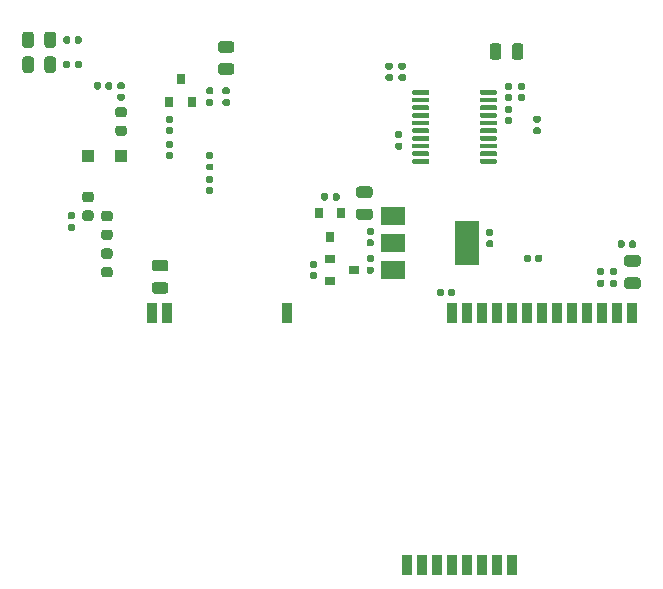
<source format=gbr>
G04 #@! TF.GenerationSoftware,KiCad,Pcbnew,(5.1.6)-1*
G04 #@! TF.CreationDate,2020-06-25T17:10:26+02:00*
G04 #@! TF.ProjectId,plc-EV-rpi,706c632d-4556-42d7-9270-692e6b696361,rev?*
G04 #@! TF.SameCoordinates,Original*
G04 #@! TF.FileFunction,Paste,Top*
G04 #@! TF.FilePolarity,Positive*
%FSLAX46Y46*%
G04 Gerber Fmt 4.6, Leading zero omitted, Abs format (unit mm)*
G04 Created by KiCad (PCBNEW (5.1.6)-1) date 2020-06-25 17:10:26*
%MOMM*%
%LPD*%
G01*
G04 APERTURE LIST*
%ADD10R,0.850000X1.700000*%
%ADD11R,2.000000X1.500000*%
%ADD12R,2.000000X3.800000*%
%ADD13R,0.900000X0.800000*%
%ADD14R,0.800000X0.900000*%
%ADD15R,1.100000X1.100000*%
G04 APERTURE END LIST*
G04 #@! TO.C,R601*
G36*
G01*
X182072500Y-91625000D02*
X181727500Y-91625000D01*
G75*
G02*
X181580000Y-91477500I0J147500D01*
G01*
X181580000Y-91182500D01*
G75*
G02*
X181727500Y-91035000I147500J0D01*
G01*
X182072500Y-91035000D01*
G75*
G02*
X182220000Y-91182500I0J-147500D01*
G01*
X182220000Y-91477500D01*
G75*
G02*
X182072500Y-91625000I-147500J0D01*
G01*
G37*
G36*
G01*
X182072500Y-92595000D02*
X181727500Y-92595000D01*
G75*
G02*
X181580000Y-92447500I0J147500D01*
G01*
X181580000Y-92152500D01*
G75*
G02*
X181727500Y-92005000I147500J0D01*
G01*
X182072500Y-92005000D01*
G75*
G02*
X182220000Y-92152500I0J-147500D01*
G01*
X182220000Y-92447500D01*
G75*
G02*
X182072500Y-92595000I-147500J0D01*
G01*
G37*
G04 #@! TD*
G04 #@! TO.C,D601*
G36*
G01*
X179787500Y-86056250D02*
X179787500Y-85143750D01*
G75*
G02*
X180031250Y-84900000I243750J0D01*
G01*
X180518750Y-84900000D01*
G75*
G02*
X180762500Y-85143750I0J-243750D01*
G01*
X180762500Y-86056250D01*
G75*
G02*
X180518750Y-86300000I-243750J0D01*
G01*
X180031250Y-86300000D01*
G75*
G02*
X179787500Y-86056250I0J243750D01*
G01*
G37*
G36*
G01*
X177912500Y-86056250D02*
X177912500Y-85143750D01*
G75*
G02*
X178156250Y-84900000I243750J0D01*
G01*
X178643750Y-84900000D01*
G75*
G02*
X178887500Y-85143750I0J-243750D01*
G01*
X178887500Y-86056250D01*
G75*
G02*
X178643750Y-86300000I-243750J0D01*
G01*
X178156250Y-86300000D01*
G75*
G02*
X177912500Y-86056250I0J243750D01*
G01*
G37*
G04 #@! TD*
G04 #@! TO.C,U601*
G36*
G01*
X172812500Y-94800000D02*
X172812500Y-95000000D01*
G75*
G02*
X172712500Y-95100000I-100000J0D01*
G01*
X171437500Y-95100000D01*
G75*
G02*
X171337500Y-95000000I0J100000D01*
G01*
X171337500Y-94800000D01*
G75*
G02*
X171437500Y-94700000I100000J0D01*
G01*
X172712500Y-94700000D01*
G75*
G02*
X172812500Y-94800000I0J-100000D01*
G01*
G37*
G36*
G01*
X172812500Y-94150000D02*
X172812500Y-94350000D01*
G75*
G02*
X172712500Y-94450000I-100000J0D01*
G01*
X171437500Y-94450000D01*
G75*
G02*
X171337500Y-94350000I0J100000D01*
G01*
X171337500Y-94150000D01*
G75*
G02*
X171437500Y-94050000I100000J0D01*
G01*
X172712500Y-94050000D01*
G75*
G02*
X172812500Y-94150000I0J-100000D01*
G01*
G37*
G36*
G01*
X172812500Y-93500000D02*
X172812500Y-93700000D01*
G75*
G02*
X172712500Y-93800000I-100000J0D01*
G01*
X171437500Y-93800000D01*
G75*
G02*
X171337500Y-93700000I0J100000D01*
G01*
X171337500Y-93500000D01*
G75*
G02*
X171437500Y-93400000I100000J0D01*
G01*
X172712500Y-93400000D01*
G75*
G02*
X172812500Y-93500000I0J-100000D01*
G01*
G37*
G36*
G01*
X172812500Y-92850000D02*
X172812500Y-93050000D01*
G75*
G02*
X172712500Y-93150000I-100000J0D01*
G01*
X171437500Y-93150000D01*
G75*
G02*
X171337500Y-93050000I0J100000D01*
G01*
X171337500Y-92850000D01*
G75*
G02*
X171437500Y-92750000I100000J0D01*
G01*
X172712500Y-92750000D01*
G75*
G02*
X172812500Y-92850000I0J-100000D01*
G01*
G37*
G36*
G01*
X172812500Y-92200000D02*
X172812500Y-92400000D01*
G75*
G02*
X172712500Y-92500000I-100000J0D01*
G01*
X171437500Y-92500000D01*
G75*
G02*
X171337500Y-92400000I0J100000D01*
G01*
X171337500Y-92200000D01*
G75*
G02*
X171437500Y-92100000I100000J0D01*
G01*
X172712500Y-92100000D01*
G75*
G02*
X172812500Y-92200000I0J-100000D01*
G01*
G37*
G36*
G01*
X172812500Y-91550000D02*
X172812500Y-91750000D01*
G75*
G02*
X172712500Y-91850000I-100000J0D01*
G01*
X171437500Y-91850000D01*
G75*
G02*
X171337500Y-91750000I0J100000D01*
G01*
X171337500Y-91550000D01*
G75*
G02*
X171437500Y-91450000I100000J0D01*
G01*
X172712500Y-91450000D01*
G75*
G02*
X172812500Y-91550000I0J-100000D01*
G01*
G37*
G36*
G01*
X172812500Y-90900000D02*
X172812500Y-91100000D01*
G75*
G02*
X172712500Y-91200000I-100000J0D01*
G01*
X171437500Y-91200000D01*
G75*
G02*
X171337500Y-91100000I0J100000D01*
G01*
X171337500Y-90900000D01*
G75*
G02*
X171437500Y-90800000I100000J0D01*
G01*
X172712500Y-90800000D01*
G75*
G02*
X172812500Y-90900000I0J-100000D01*
G01*
G37*
G36*
G01*
X172812500Y-90250000D02*
X172812500Y-90450000D01*
G75*
G02*
X172712500Y-90550000I-100000J0D01*
G01*
X171437500Y-90550000D01*
G75*
G02*
X171337500Y-90450000I0J100000D01*
G01*
X171337500Y-90250000D01*
G75*
G02*
X171437500Y-90150000I100000J0D01*
G01*
X172712500Y-90150000D01*
G75*
G02*
X172812500Y-90250000I0J-100000D01*
G01*
G37*
G36*
G01*
X172812500Y-89600000D02*
X172812500Y-89800000D01*
G75*
G02*
X172712500Y-89900000I-100000J0D01*
G01*
X171437500Y-89900000D01*
G75*
G02*
X171337500Y-89800000I0J100000D01*
G01*
X171337500Y-89600000D01*
G75*
G02*
X171437500Y-89500000I100000J0D01*
G01*
X172712500Y-89500000D01*
G75*
G02*
X172812500Y-89600000I0J-100000D01*
G01*
G37*
G36*
G01*
X172812500Y-88950000D02*
X172812500Y-89150000D01*
G75*
G02*
X172712500Y-89250000I-100000J0D01*
G01*
X171437500Y-89250000D01*
G75*
G02*
X171337500Y-89150000I0J100000D01*
G01*
X171337500Y-88950000D01*
G75*
G02*
X171437500Y-88850000I100000J0D01*
G01*
X172712500Y-88850000D01*
G75*
G02*
X172812500Y-88950000I0J-100000D01*
G01*
G37*
G36*
G01*
X178537500Y-88950000D02*
X178537500Y-89150000D01*
G75*
G02*
X178437500Y-89250000I-100000J0D01*
G01*
X177162500Y-89250000D01*
G75*
G02*
X177062500Y-89150000I0J100000D01*
G01*
X177062500Y-88950000D01*
G75*
G02*
X177162500Y-88850000I100000J0D01*
G01*
X178437500Y-88850000D01*
G75*
G02*
X178537500Y-88950000I0J-100000D01*
G01*
G37*
G36*
G01*
X178537500Y-89600000D02*
X178537500Y-89800000D01*
G75*
G02*
X178437500Y-89900000I-100000J0D01*
G01*
X177162500Y-89900000D01*
G75*
G02*
X177062500Y-89800000I0J100000D01*
G01*
X177062500Y-89600000D01*
G75*
G02*
X177162500Y-89500000I100000J0D01*
G01*
X178437500Y-89500000D01*
G75*
G02*
X178537500Y-89600000I0J-100000D01*
G01*
G37*
G36*
G01*
X178537500Y-90250000D02*
X178537500Y-90450000D01*
G75*
G02*
X178437500Y-90550000I-100000J0D01*
G01*
X177162500Y-90550000D01*
G75*
G02*
X177062500Y-90450000I0J100000D01*
G01*
X177062500Y-90250000D01*
G75*
G02*
X177162500Y-90150000I100000J0D01*
G01*
X178437500Y-90150000D01*
G75*
G02*
X178537500Y-90250000I0J-100000D01*
G01*
G37*
G36*
G01*
X178537500Y-90900000D02*
X178537500Y-91100000D01*
G75*
G02*
X178437500Y-91200000I-100000J0D01*
G01*
X177162500Y-91200000D01*
G75*
G02*
X177062500Y-91100000I0J100000D01*
G01*
X177062500Y-90900000D01*
G75*
G02*
X177162500Y-90800000I100000J0D01*
G01*
X178437500Y-90800000D01*
G75*
G02*
X178537500Y-90900000I0J-100000D01*
G01*
G37*
G36*
G01*
X178537500Y-91550000D02*
X178537500Y-91750000D01*
G75*
G02*
X178437500Y-91850000I-100000J0D01*
G01*
X177162500Y-91850000D01*
G75*
G02*
X177062500Y-91750000I0J100000D01*
G01*
X177062500Y-91550000D01*
G75*
G02*
X177162500Y-91450000I100000J0D01*
G01*
X178437500Y-91450000D01*
G75*
G02*
X178537500Y-91550000I0J-100000D01*
G01*
G37*
G36*
G01*
X178537500Y-92200000D02*
X178537500Y-92400000D01*
G75*
G02*
X178437500Y-92500000I-100000J0D01*
G01*
X177162500Y-92500000D01*
G75*
G02*
X177062500Y-92400000I0J100000D01*
G01*
X177062500Y-92200000D01*
G75*
G02*
X177162500Y-92100000I100000J0D01*
G01*
X178437500Y-92100000D01*
G75*
G02*
X178537500Y-92200000I0J-100000D01*
G01*
G37*
G36*
G01*
X178537500Y-92850000D02*
X178537500Y-93050000D01*
G75*
G02*
X178437500Y-93150000I-100000J0D01*
G01*
X177162500Y-93150000D01*
G75*
G02*
X177062500Y-93050000I0J100000D01*
G01*
X177062500Y-92850000D01*
G75*
G02*
X177162500Y-92750000I100000J0D01*
G01*
X178437500Y-92750000D01*
G75*
G02*
X178537500Y-92850000I0J-100000D01*
G01*
G37*
G36*
G01*
X178537500Y-93500000D02*
X178537500Y-93700000D01*
G75*
G02*
X178437500Y-93800000I-100000J0D01*
G01*
X177162500Y-93800000D01*
G75*
G02*
X177062500Y-93700000I0J100000D01*
G01*
X177062500Y-93500000D01*
G75*
G02*
X177162500Y-93400000I100000J0D01*
G01*
X178437500Y-93400000D01*
G75*
G02*
X178537500Y-93500000I0J-100000D01*
G01*
G37*
G36*
G01*
X178537500Y-94150000D02*
X178537500Y-94350000D01*
G75*
G02*
X178437500Y-94450000I-100000J0D01*
G01*
X177162500Y-94450000D01*
G75*
G02*
X177062500Y-94350000I0J100000D01*
G01*
X177062500Y-94150000D01*
G75*
G02*
X177162500Y-94050000I100000J0D01*
G01*
X178437500Y-94050000D01*
G75*
G02*
X178537500Y-94150000I0J-100000D01*
G01*
G37*
G36*
G01*
X178537500Y-94800000D02*
X178537500Y-95000000D01*
G75*
G02*
X178437500Y-95100000I-100000J0D01*
G01*
X177162500Y-95100000D01*
G75*
G02*
X177062500Y-95000000I0J100000D01*
G01*
X177062500Y-94800000D01*
G75*
G02*
X177162500Y-94700000I100000J0D01*
G01*
X178437500Y-94700000D01*
G75*
G02*
X178537500Y-94800000I0J-100000D01*
G01*
G37*
G04 #@! TD*
D10*
G04 #@! TO.C,U502*
X179820000Y-129060000D03*
X178550000Y-129060000D03*
X177280000Y-129060000D03*
X176010000Y-129060000D03*
X174740000Y-129060000D03*
X173470000Y-129060000D03*
X172200000Y-129060000D03*
X170930000Y-129060000D03*
X149340000Y-107740000D03*
X150610000Y-107740000D03*
X160770000Y-107740000D03*
X174740000Y-107740000D03*
X176010000Y-107740000D03*
X177280000Y-107740000D03*
X178550000Y-107740000D03*
X179820000Y-107740000D03*
X181090000Y-107740000D03*
X182360000Y-107740000D03*
X183630000Y-107740000D03*
X184900000Y-107740000D03*
X186170000Y-107740000D03*
X187440000Y-107740000D03*
X188710000Y-107740000D03*
X189980000Y-107740000D03*
G04 #@! TD*
D11*
G04 #@! TO.C,U501*
X169700000Y-99500000D03*
X169700000Y-104100000D03*
X169700000Y-101800000D03*
D12*
X176000000Y-101800000D03*
G04 #@! TD*
G04 #@! TO.C,R509*
G36*
G01*
X167972500Y-101125000D02*
X167627500Y-101125000D01*
G75*
G02*
X167480000Y-100977500I0J147500D01*
G01*
X167480000Y-100682500D01*
G75*
G02*
X167627500Y-100535000I147500J0D01*
G01*
X167972500Y-100535000D01*
G75*
G02*
X168120000Y-100682500I0J-147500D01*
G01*
X168120000Y-100977500D01*
G75*
G02*
X167972500Y-101125000I-147500J0D01*
G01*
G37*
G36*
G01*
X167972500Y-102095000D02*
X167627500Y-102095000D01*
G75*
G02*
X167480000Y-101947500I0J147500D01*
G01*
X167480000Y-101652500D01*
G75*
G02*
X167627500Y-101505000I147500J0D01*
G01*
X167972500Y-101505000D01*
G75*
G02*
X168120000Y-101652500I0J-147500D01*
G01*
X168120000Y-101947500D01*
G75*
G02*
X167972500Y-102095000I-147500J0D01*
G01*
G37*
G04 #@! TD*
G04 #@! TO.C,R508*
G36*
G01*
X150456250Y-104212500D02*
X149543750Y-104212500D01*
G75*
G02*
X149300000Y-103968750I0J243750D01*
G01*
X149300000Y-103481250D01*
G75*
G02*
X149543750Y-103237500I243750J0D01*
G01*
X150456250Y-103237500D01*
G75*
G02*
X150700000Y-103481250I0J-243750D01*
G01*
X150700000Y-103968750D01*
G75*
G02*
X150456250Y-104212500I-243750J0D01*
G01*
G37*
G36*
G01*
X150456250Y-106087500D02*
X149543750Y-106087500D01*
G75*
G02*
X149300000Y-105843750I0J243750D01*
G01*
X149300000Y-105356250D01*
G75*
G02*
X149543750Y-105112500I243750J0D01*
G01*
X150456250Y-105112500D01*
G75*
G02*
X150700000Y-105356250I0J-243750D01*
G01*
X150700000Y-105843750D01*
G75*
G02*
X150456250Y-106087500I-243750J0D01*
G01*
G37*
G04 #@! TD*
G04 #@! TO.C,R507*
G36*
G01*
X174010000Y-105827500D02*
X174010000Y-106172500D01*
G75*
G02*
X173862500Y-106320000I-147500J0D01*
G01*
X173567500Y-106320000D01*
G75*
G02*
X173420000Y-106172500I0J147500D01*
G01*
X173420000Y-105827500D01*
G75*
G02*
X173567500Y-105680000I147500J0D01*
G01*
X173862500Y-105680000D01*
G75*
G02*
X174010000Y-105827500I0J-147500D01*
G01*
G37*
G36*
G01*
X174980000Y-105827500D02*
X174980000Y-106172500D01*
G75*
G02*
X174832500Y-106320000I-147500J0D01*
G01*
X174537500Y-106320000D01*
G75*
G02*
X174390000Y-106172500I0J147500D01*
G01*
X174390000Y-105827500D01*
G75*
G02*
X174537500Y-105680000I147500J0D01*
G01*
X174832500Y-105680000D01*
G75*
G02*
X174980000Y-105827500I0J-147500D01*
G01*
G37*
G04 #@! TD*
G04 #@! TO.C,R506*
G36*
G01*
X164225000Y-97727500D02*
X164225000Y-98072500D01*
G75*
G02*
X164077500Y-98220000I-147500J0D01*
G01*
X163782500Y-98220000D01*
G75*
G02*
X163635000Y-98072500I0J147500D01*
G01*
X163635000Y-97727500D01*
G75*
G02*
X163782500Y-97580000I147500J0D01*
G01*
X164077500Y-97580000D01*
G75*
G02*
X164225000Y-97727500I0J-147500D01*
G01*
G37*
G36*
G01*
X165195000Y-97727500D02*
X165195000Y-98072500D01*
G75*
G02*
X165047500Y-98220000I-147500J0D01*
G01*
X164752500Y-98220000D01*
G75*
G02*
X164605000Y-98072500I0J147500D01*
G01*
X164605000Y-97727500D01*
G75*
G02*
X164752500Y-97580000I147500J0D01*
G01*
X165047500Y-97580000D01*
G75*
G02*
X165195000Y-97727500I0J-147500D01*
G01*
G37*
G04 #@! TD*
G04 #@! TO.C,R505*
G36*
G01*
X163172500Y-103895000D02*
X162827500Y-103895000D01*
G75*
G02*
X162680000Y-103747500I0J147500D01*
G01*
X162680000Y-103452500D01*
G75*
G02*
X162827500Y-103305000I147500J0D01*
G01*
X163172500Y-103305000D01*
G75*
G02*
X163320000Y-103452500I0J-147500D01*
G01*
X163320000Y-103747500D01*
G75*
G02*
X163172500Y-103895000I-147500J0D01*
G01*
G37*
G36*
G01*
X163172500Y-104865000D02*
X162827500Y-104865000D01*
G75*
G02*
X162680000Y-104717500I0J147500D01*
G01*
X162680000Y-104422500D01*
G75*
G02*
X162827500Y-104275000I147500J0D01*
G01*
X163172500Y-104275000D01*
G75*
G02*
X163320000Y-104422500I0J-147500D01*
G01*
X163320000Y-104717500D01*
G75*
G02*
X163172500Y-104865000I-147500J0D01*
G01*
G37*
G04 #@! TD*
G04 #@! TO.C,R504*
G36*
G01*
X181395000Y-102927500D02*
X181395000Y-103272500D01*
G75*
G02*
X181247500Y-103420000I-147500J0D01*
G01*
X180952500Y-103420000D01*
G75*
G02*
X180805000Y-103272500I0J147500D01*
G01*
X180805000Y-102927500D01*
G75*
G02*
X180952500Y-102780000I147500J0D01*
G01*
X181247500Y-102780000D01*
G75*
G02*
X181395000Y-102927500I0J-147500D01*
G01*
G37*
G36*
G01*
X182365000Y-102927500D02*
X182365000Y-103272500D01*
G75*
G02*
X182217500Y-103420000I-147500J0D01*
G01*
X181922500Y-103420000D01*
G75*
G02*
X181775000Y-103272500I0J147500D01*
G01*
X181775000Y-102927500D01*
G75*
G02*
X181922500Y-102780000I147500J0D01*
G01*
X182217500Y-102780000D01*
G75*
G02*
X182365000Y-102927500I0J-147500D01*
G01*
G37*
G04 #@! TD*
G04 #@! TO.C,R503*
G36*
G01*
X187472500Y-104525000D02*
X187127500Y-104525000D01*
G75*
G02*
X186980000Y-104377500I0J147500D01*
G01*
X186980000Y-104082500D01*
G75*
G02*
X187127500Y-103935000I147500J0D01*
G01*
X187472500Y-103935000D01*
G75*
G02*
X187620000Y-104082500I0J-147500D01*
G01*
X187620000Y-104377500D01*
G75*
G02*
X187472500Y-104525000I-147500J0D01*
G01*
G37*
G36*
G01*
X187472500Y-105495000D02*
X187127500Y-105495000D01*
G75*
G02*
X186980000Y-105347500I0J147500D01*
G01*
X186980000Y-105052500D01*
G75*
G02*
X187127500Y-104905000I147500J0D01*
G01*
X187472500Y-104905000D01*
G75*
G02*
X187620000Y-105052500I0J-147500D01*
G01*
X187620000Y-105347500D01*
G75*
G02*
X187472500Y-105495000I-147500J0D01*
G01*
G37*
G04 #@! TD*
G04 #@! TO.C,R502*
G36*
G01*
X188572500Y-104525000D02*
X188227500Y-104525000D01*
G75*
G02*
X188080000Y-104377500I0J147500D01*
G01*
X188080000Y-104082500D01*
G75*
G02*
X188227500Y-103935000I147500J0D01*
G01*
X188572500Y-103935000D01*
G75*
G02*
X188720000Y-104082500I0J-147500D01*
G01*
X188720000Y-104377500D01*
G75*
G02*
X188572500Y-104525000I-147500J0D01*
G01*
G37*
G36*
G01*
X188572500Y-105495000D02*
X188227500Y-105495000D01*
G75*
G02*
X188080000Y-105347500I0J147500D01*
G01*
X188080000Y-105052500D01*
G75*
G02*
X188227500Y-104905000I147500J0D01*
G01*
X188572500Y-104905000D01*
G75*
G02*
X188720000Y-105052500I0J-147500D01*
G01*
X188720000Y-105347500D01*
G75*
G02*
X188572500Y-105495000I-147500J0D01*
G01*
G37*
G04 #@! TD*
G04 #@! TO.C,R501*
G36*
G01*
X189705000Y-102072500D02*
X189705000Y-101727500D01*
G75*
G02*
X189852500Y-101580000I147500J0D01*
G01*
X190147500Y-101580000D01*
G75*
G02*
X190295000Y-101727500I0J-147500D01*
G01*
X190295000Y-102072500D01*
G75*
G02*
X190147500Y-102220000I-147500J0D01*
G01*
X189852500Y-102220000D01*
G75*
G02*
X189705000Y-102072500I0J147500D01*
G01*
G37*
G36*
G01*
X188735000Y-102072500D02*
X188735000Y-101727500D01*
G75*
G02*
X188882500Y-101580000I147500J0D01*
G01*
X189177500Y-101580000D01*
G75*
G02*
X189325000Y-101727500I0J-147500D01*
G01*
X189325000Y-102072500D01*
G75*
G02*
X189177500Y-102220000I-147500J0D01*
G01*
X188882500Y-102220000D01*
G75*
G02*
X188735000Y-102072500I0J147500D01*
G01*
G37*
G04 #@! TD*
G04 #@! TO.C,R404*
G36*
G01*
X145243750Y-103837500D02*
X145756250Y-103837500D01*
G75*
G02*
X145975000Y-104056250I0J-218750D01*
G01*
X145975000Y-104493750D01*
G75*
G02*
X145756250Y-104712500I-218750J0D01*
G01*
X145243750Y-104712500D01*
G75*
G02*
X145025000Y-104493750I0J218750D01*
G01*
X145025000Y-104056250D01*
G75*
G02*
X145243750Y-103837500I218750J0D01*
G01*
G37*
G36*
G01*
X145243750Y-102262500D02*
X145756250Y-102262500D01*
G75*
G02*
X145975000Y-102481250I0J-218750D01*
G01*
X145975000Y-102918750D01*
G75*
G02*
X145756250Y-103137500I-218750J0D01*
G01*
X145243750Y-103137500D01*
G75*
G02*
X145025000Y-102918750I0J218750D01*
G01*
X145025000Y-102481250D01*
G75*
G02*
X145243750Y-102262500I218750J0D01*
G01*
G37*
G04 #@! TD*
G04 #@! TO.C,R403*
G36*
G01*
X145243750Y-100662500D02*
X145756250Y-100662500D01*
G75*
G02*
X145975000Y-100881250I0J-218750D01*
G01*
X145975000Y-101318750D01*
G75*
G02*
X145756250Y-101537500I-218750J0D01*
G01*
X145243750Y-101537500D01*
G75*
G02*
X145025000Y-101318750I0J218750D01*
G01*
X145025000Y-100881250D01*
G75*
G02*
X145243750Y-100662500I218750J0D01*
G01*
G37*
G36*
G01*
X145243750Y-99087500D02*
X145756250Y-99087500D01*
G75*
G02*
X145975000Y-99306250I0J-218750D01*
G01*
X145975000Y-99743750D01*
G75*
G02*
X145756250Y-99962500I-218750J0D01*
G01*
X145243750Y-99962500D01*
G75*
G02*
X145025000Y-99743750I0J218750D01*
G01*
X145025000Y-99306250D01*
G75*
G02*
X145243750Y-99087500I218750J0D01*
G01*
G37*
G04 #@! TD*
G04 #@! TO.C,R402*
G36*
G01*
X143643750Y-99050000D02*
X144156250Y-99050000D01*
G75*
G02*
X144375000Y-99268750I0J-218750D01*
G01*
X144375000Y-99706250D01*
G75*
G02*
X144156250Y-99925000I-218750J0D01*
G01*
X143643750Y-99925000D01*
G75*
G02*
X143425000Y-99706250I0J218750D01*
G01*
X143425000Y-99268750D01*
G75*
G02*
X143643750Y-99050000I218750J0D01*
G01*
G37*
G36*
G01*
X143643750Y-97475000D02*
X144156250Y-97475000D01*
G75*
G02*
X144375000Y-97693750I0J-218750D01*
G01*
X144375000Y-98131250D01*
G75*
G02*
X144156250Y-98350000I-218750J0D01*
G01*
X143643750Y-98350000D01*
G75*
G02*
X143425000Y-98131250I0J218750D01*
G01*
X143425000Y-97693750D01*
G75*
G02*
X143643750Y-97475000I218750J0D01*
G01*
G37*
G04 #@! TD*
G04 #@! TO.C,R401*
G36*
G01*
X142327500Y-100190000D02*
X142672500Y-100190000D01*
G75*
G02*
X142820000Y-100337500I0J-147500D01*
G01*
X142820000Y-100632500D01*
G75*
G02*
X142672500Y-100780000I-147500J0D01*
G01*
X142327500Y-100780000D01*
G75*
G02*
X142180000Y-100632500I0J147500D01*
G01*
X142180000Y-100337500D01*
G75*
G02*
X142327500Y-100190000I147500J0D01*
G01*
G37*
G36*
G01*
X142327500Y-99220000D02*
X142672500Y-99220000D01*
G75*
G02*
X142820000Y-99367500I0J-147500D01*
G01*
X142820000Y-99662500D01*
G75*
G02*
X142672500Y-99810000I-147500J0D01*
G01*
X142327500Y-99810000D01*
G75*
G02*
X142180000Y-99662500I0J147500D01*
G01*
X142180000Y-99367500D01*
G75*
G02*
X142327500Y-99220000I147500J0D01*
G01*
G37*
G04 #@! TD*
G04 #@! TO.C,R308*
G36*
G01*
X154372500Y-96695000D02*
X154027500Y-96695000D01*
G75*
G02*
X153880000Y-96547500I0J147500D01*
G01*
X153880000Y-96252500D01*
G75*
G02*
X154027500Y-96105000I147500J0D01*
G01*
X154372500Y-96105000D01*
G75*
G02*
X154520000Y-96252500I0J-147500D01*
G01*
X154520000Y-96547500D01*
G75*
G02*
X154372500Y-96695000I-147500J0D01*
G01*
G37*
G36*
G01*
X154372500Y-97665000D02*
X154027500Y-97665000D01*
G75*
G02*
X153880000Y-97517500I0J147500D01*
G01*
X153880000Y-97222500D01*
G75*
G02*
X154027500Y-97075000I147500J0D01*
G01*
X154372500Y-97075000D01*
G75*
G02*
X154520000Y-97222500I0J-147500D01*
G01*
X154520000Y-97517500D01*
G75*
G02*
X154372500Y-97665000I-147500J0D01*
G01*
G37*
G04 #@! TD*
G04 #@! TO.C,R307*
G36*
G01*
X154372500Y-94695000D02*
X154027500Y-94695000D01*
G75*
G02*
X153880000Y-94547500I0J147500D01*
G01*
X153880000Y-94252500D01*
G75*
G02*
X154027500Y-94105000I147500J0D01*
G01*
X154372500Y-94105000D01*
G75*
G02*
X154520000Y-94252500I0J-147500D01*
G01*
X154520000Y-94547500D01*
G75*
G02*
X154372500Y-94695000I-147500J0D01*
G01*
G37*
G36*
G01*
X154372500Y-95665000D02*
X154027500Y-95665000D01*
G75*
G02*
X153880000Y-95517500I0J147500D01*
G01*
X153880000Y-95222500D01*
G75*
G02*
X154027500Y-95075000I147500J0D01*
G01*
X154372500Y-95075000D01*
G75*
G02*
X154520000Y-95222500I0J-147500D01*
G01*
X154520000Y-95517500D01*
G75*
G02*
X154372500Y-95665000I-147500J0D01*
G01*
G37*
G04 #@! TD*
G04 #@! TO.C,R306*
G36*
G01*
X150627500Y-92005000D02*
X150972500Y-92005000D01*
G75*
G02*
X151120000Y-92152500I0J-147500D01*
G01*
X151120000Y-92447500D01*
G75*
G02*
X150972500Y-92595000I-147500J0D01*
G01*
X150627500Y-92595000D01*
G75*
G02*
X150480000Y-92447500I0J147500D01*
G01*
X150480000Y-92152500D01*
G75*
G02*
X150627500Y-92005000I147500J0D01*
G01*
G37*
G36*
G01*
X150627500Y-91035000D02*
X150972500Y-91035000D01*
G75*
G02*
X151120000Y-91182500I0J-147500D01*
G01*
X151120000Y-91477500D01*
G75*
G02*
X150972500Y-91625000I-147500J0D01*
G01*
X150627500Y-91625000D01*
G75*
G02*
X150480000Y-91477500I0J147500D01*
G01*
X150480000Y-91182500D01*
G75*
G02*
X150627500Y-91035000I147500J0D01*
G01*
G37*
G04 #@! TD*
G04 #@! TO.C,R305*
G36*
G01*
X150627500Y-94105000D02*
X150972500Y-94105000D01*
G75*
G02*
X151120000Y-94252500I0J-147500D01*
G01*
X151120000Y-94547500D01*
G75*
G02*
X150972500Y-94695000I-147500J0D01*
G01*
X150627500Y-94695000D01*
G75*
G02*
X150480000Y-94547500I0J147500D01*
G01*
X150480000Y-94252500D01*
G75*
G02*
X150627500Y-94105000I147500J0D01*
G01*
G37*
G36*
G01*
X150627500Y-93135000D02*
X150972500Y-93135000D01*
G75*
G02*
X151120000Y-93282500I0J-147500D01*
G01*
X151120000Y-93577500D01*
G75*
G02*
X150972500Y-93725000I-147500J0D01*
G01*
X150627500Y-93725000D01*
G75*
G02*
X150480000Y-93577500I0J147500D01*
G01*
X150480000Y-93282500D01*
G75*
G02*
X150627500Y-93135000I147500J0D01*
G01*
G37*
G04 #@! TD*
G04 #@! TO.C,R304*
G36*
G01*
X154027500Y-89605000D02*
X154372500Y-89605000D01*
G75*
G02*
X154520000Y-89752500I0J-147500D01*
G01*
X154520000Y-90047500D01*
G75*
G02*
X154372500Y-90195000I-147500J0D01*
G01*
X154027500Y-90195000D01*
G75*
G02*
X153880000Y-90047500I0J147500D01*
G01*
X153880000Y-89752500D01*
G75*
G02*
X154027500Y-89605000I147500J0D01*
G01*
G37*
G36*
G01*
X154027500Y-88635000D02*
X154372500Y-88635000D01*
G75*
G02*
X154520000Y-88782500I0J-147500D01*
G01*
X154520000Y-89077500D01*
G75*
G02*
X154372500Y-89225000I-147500J0D01*
G01*
X154027500Y-89225000D01*
G75*
G02*
X153880000Y-89077500I0J147500D01*
G01*
X153880000Y-88782500D01*
G75*
G02*
X154027500Y-88635000I147500J0D01*
G01*
G37*
G04 #@! TD*
G04 #@! TO.C,R303*
G36*
G01*
X146443750Y-91862500D02*
X146956250Y-91862500D01*
G75*
G02*
X147175000Y-92081250I0J-218750D01*
G01*
X147175000Y-92518750D01*
G75*
G02*
X146956250Y-92737500I-218750J0D01*
G01*
X146443750Y-92737500D01*
G75*
G02*
X146225000Y-92518750I0J218750D01*
G01*
X146225000Y-92081250D01*
G75*
G02*
X146443750Y-91862500I218750J0D01*
G01*
G37*
G36*
G01*
X146443750Y-90287500D02*
X146956250Y-90287500D01*
G75*
G02*
X147175000Y-90506250I0J-218750D01*
G01*
X147175000Y-90943750D01*
G75*
G02*
X146956250Y-91162500I-218750J0D01*
G01*
X146443750Y-91162500D01*
G75*
G02*
X146225000Y-90943750I0J218750D01*
G01*
X146225000Y-90506250D01*
G75*
G02*
X146443750Y-90287500I218750J0D01*
G01*
G37*
G04 #@! TD*
G04 #@! TO.C,R302*
G36*
G01*
X146527500Y-89175000D02*
X146872500Y-89175000D01*
G75*
G02*
X147020000Y-89322500I0J-147500D01*
G01*
X147020000Y-89617500D01*
G75*
G02*
X146872500Y-89765000I-147500J0D01*
G01*
X146527500Y-89765000D01*
G75*
G02*
X146380000Y-89617500I0J147500D01*
G01*
X146380000Y-89322500D01*
G75*
G02*
X146527500Y-89175000I147500J0D01*
G01*
G37*
G36*
G01*
X146527500Y-88205000D02*
X146872500Y-88205000D01*
G75*
G02*
X147020000Y-88352500I0J-147500D01*
G01*
X147020000Y-88647500D01*
G75*
G02*
X146872500Y-88795000I-147500J0D01*
G01*
X146527500Y-88795000D01*
G75*
G02*
X146380000Y-88647500I0J147500D01*
G01*
X146380000Y-88352500D01*
G75*
G02*
X146527500Y-88205000I147500J0D01*
G01*
G37*
G04 #@! TD*
G04 #@! TO.C,R301*
G36*
G01*
X145375000Y-88672500D02*
X145375000Y-88327500D01*
G75*
G02*
X145522500Y-88180000I147500J0D01*
G01*
X145817500Y-88180000D01*
G75*
G02*
X145965000Y-88327500I0J-147500D01*
G01*
X145965000Y-88672500D01*
G75*
G02*
X145817500Y-88820000I-147500J0D01*
G01*
X145522500Y-88820000D01*
G75*
G02*
X145375000Y-88672500I0J147500D01*
G01*
G37*
G36*
G01*
X144405000Y-88672500D02*
X144405000Y-88327500D01*
G75*
G02*
X144552500Y-88180000I147500J0D01*
G01*
X144847500Y-88180000D01*
G75*
G02*
X144995000Y-88327500I0J-147500D01*
G01*
X144995000Y-88672500D01*
G75*
G02*
X144847500Y-88820000I-147500J0D01*
G01*
X144552500Y-88820000D01*
G75*
G02*
X144405000Y-88672500I0J147500D01*
G01*
G37*
G04 #@! TD*
G04 #@! TO.C,R207*
G36*
G01*
X169227500Y-87505000D02*
X169572500Y-87505000D01*
G75*
G02*
X169720000Y-87652500I0J-147500D01*
G01*
X169720000Y-87947500D01*
G75*
G02*
X169572500Y-88095000I-147500J0D01*
G01*
X169227500Y-88095000D01*
G75*
G02*
X169080000Y-87947500I0J147500D01*
G01*
X169080000Y-87652500D01*
G75*
G02*
X169227500Y-87505000I147500J0D01*
G01*
G37*
G36*
G01*
X169227500Y-86535000D02*
X169572500Y-86535000D01*
G75*
G02*
X169720000Y-86682500I0J-147500D01*
G01*
X169720000Y-86977500D01*
G75*
G02*
X169572500Y-87125000I-147500J0D01*
G01*
X169227500Y-87125000D01*
G75*
G02*
X169080000Y-86977500I0J147500D01*
G01*
X169080000Y-86682500D01*
G75*
G02*
X169227500Y-86535000I147500J0D01*
G01*
G37*
G04 #@! TD*
G04 #@! TO.C,R206*
G36*
G01*
X170327500Y-87505000D02*
X170672500Y-87505000D01*
G75*
G02*
X170820000Y-87652500I0J-147500D01*
G01*
X170820000Y-87947500D01*
G75*
G02*
X170672500Y-88095000I-147500J0D01*
G01*
X170327500Y-88095000D01*
G75*
G02*
X170180000Y-87947500I0J147500D01*
G01*
X170180000Y-87652500D01*
G75*
G02*
X170327500Y-87505000I147500J0D01*
G01*
G37*
G36*
G01*
X170327500Y-86535000D02*
X170672500Y-86535000D01*
G75*
G02*
X170820000Y-86682500I0J-147500D01*
G01*
X170820000Y-86977500D01*
G75*
G02*
X170672500Y-87125000I-147500J0D01*
G01*
X170327500Y-87125000D01*
G75*
G02*
X170180000Y-86977500I0J147500D01*
G01*
X170180000Y-86682500D01*
G75*
G02*
X170327500Y-86535000I147500J0D01*
G01*
G37*
G04 #@! TD*
G04 #@! TO.C,R205*
G36*
G01*
X142395000Y-86527500D02*
X142395000Y-86872500D01*
G75*
G02*
X142247500Y-87020000I-147500J0D01*
G01*
X141952500Y-87020000D01*
G75*
G02*
X141805000Y-86872500I0J147500D01*
G01*
X141805000Y-86527500D01*
G75*
G02*
X141952500Y-86380000I147500J0D01*
G01*
X142247500Y-86380000D01*
G75*
G02*
X142395000Y-86527500I0J-147500D01*
G01*
G37*
G36*
G01*
X143365000Y-86527500D02*
X143365000Y-86872500D01*
G75*
G02*
X143217500Y-87020000I-147500J0D01*
G01*
X142922500Y-87020000D01*
G75*
G02*
X142775000Y-86872500I0J147500D01*
G01*
X142775000Y-86527500D01*
G75*
G02*
X142922500Y-86380000I147500J0D01*
G01*
X143217500Y-86380000D01*
G75*
G02*
X143365000Y-86527500I0J-147500D01*
G01*
G37*
G04 #@! TD*
G04 #@! TO.C,R203*
G36*
G01*
X142395000Y-84427500D02*
X142395000Y-84772500D01*
G75*
G02*
X142247500Y-84920000I-147500J0D01*
G01*
X141952500Y-84920000D01*
G75*
G02*
X141805000Y-84772500I0J147500D01*
G01*
X141805000Y-84427500D01*
G75*
G02*
X141952500Y-84280000I147500J0D01*
G01*
X142247500Y-84280000D01*
G75*
G02*
X142395000Y-84427500I0J-147500D01*
G01*
G37*
G36*
G01*
X143365000Y-84427500D02*
X143365000Y-84772500D01*
G75*
G02*
X143217500Y-84920000I-147500J0D01*
G01*
X142922500Y-84920000D01*
G75*
G02*
X142775000Y-84772500I0J147500D01*
G01*
X142775000Y-84427500D01*
G75*
G02*
X142922500Y-84280000I147500J0D01*
G01*
X143217500Y-84280000D01*
G75*
G02*
X143365000Y-84427500I0J-147500D01*
G01*
G37*
G04 #@! TD*
G04 #@! TO.C,R202*
G36*
G01*
X155772500Y-89225000D02*
X155427500Y-89225000D01*
G75*
G02*
X155280000Y-89077500I0J147500D01*
G01*
X155280000Y-88782500D01*
G75*
G02*
X155427500Y-88635000I147500J0D01*
G01*
X155772500Y-88635000D01*
G75*
G02*
X155920000Y-88782500I0J-147500D01*
G01*
X155920000Y-89077500D01*
G75*
G02*
X155772500Y-89225000I-147500J0D01*
G01*
G37*
G36*
G01*
X155772500Y-90195000D02*
X155427500Y-90195000D01*
G75*
G02*
X155280000Y-90047500I0J147500D01*
G01*
X155280000Y-89752500D01*
G75*
G02*
X155427500Y-89605000I147500J0D01*
G01*
X155772500Y-89605000D01*
G75*
G02*
X155920000Y-89752500I0J-147500D01*
G01*
X155920000Y-90047500D01*
G75*
G02*
X155772500Y-90195000I-147500J0D01*
G01*
G37*
G04 #@! TD*
G04 #@! TO.C,R201*
G36*
G01*
X170027500Y-93305000D02*
X170372500Y-93305000D01*
G75*
G02*
X170520000Y-93452500I0J-147500D01*
G01*
X170520000Y-93747500D01*
G75*
G02*
X170372500Y-93895000I-147500J0D01*
G01*
X170027500Y-93895000D01*
G75*
G02*
X169880000Y-93747500I0J147500D01*
G01*
X169880000Y-93452500D01*
G75*
G02*
X170027500Y-93305000I147500J0D01*
G01*
G37*
G36*
G01*
X170027500Y-92335000D02*
X170372500Y-92335000D01*
G75*
G02*
X170520000Y-92482500I0J-147500D01*
G01*
X170520000Y-92777500D01*
G75*
G02*
X170372500Y-92925000I-147500J0D01*
G01*
X170027500Y-92925000D01*
G75*
G02*
X169880000Y-92777500I0J147500D01*
G01*
X169880000Y-92482500D01*
G75*
G02*
X170027500Y-92335000I147500J0D01*
G01*
G37*
G04 #@! TD*
D13*
G04 #@! TO.C,Q502*
X166400000Y-104100000D03*
X164400000Y-105050000D03*
X164400000Y-103150000D03*
G04 #@! TD*
D14*
G04 #@! TO.C,Q501*
X164400000Y-101300000D03*
X163450000Y-99300000D03*
X165350000Y-99300000D03*
G04 #@! TD*
G04 #@! TO.C,Q301*
X151750000Y-87900000D03*
X152700000Y-89900000D03*
X150800000Y-89900000D03*
G04 #@! TD*
G04 #@! TO.C,D502*
G36*
G01*
X166843750Y-98887500D02*
X167756250Y-98887500D01*
G75*
G02*
X168000000Y-99131250I0J-243750D01*
G01*
X168000000Y-99618750D01*
G75*
G02*
X167756250Y-99862500I-243750J0D01*
G01*
X166843750Y-99862500D01*
G75*
G02*
X166600000Y-99618750I0J243750D01*
G01*
X166600000Y-99131250D01*
G75*
G02*
X166843750Y-98887500I243750J0D01*
G01*
G37*
G36*
G01*
X166843750Y-97012500D02*
X167756250Y-97012500D01*
G75*
G02*
X168000000Y-97256250I0J-243750D01*
G01*
X168000000Y-97743750D01*
G75*
G02*
X167756250Y-97987500I-243750J0D01*
G01*
X166843750Y-97987500D01*
G75*
G02*
X166600000Y-97743750I0J243750D01*
G01*
X166600000Y-97256250D01*
G75*
G02*
X166843750Y-97012500I243750J0D01*
G01*
G37*
G04 #@! TD*
G04 #@! TO.C,D501*
G36*
G01*
X190456250Y-103812500D02*
X189543750Y-103812500D01*
G75*
G02*
X189300000Y-103568750I0J243750D01*
G01*
X189300000Y-103081250D01*
G75*
G02*
X189543750Y-102837500I243750J0D01*
G01*
X190456250Y-102837500D01*
G75*
G02*
X190700000Y-103081250I0J-243750D01*
G01*
X190700000Y-103568750D01*
G75*
G02*
X190456250Y-103812500I-243750J0D01*
G01*
G37*
G36*
G01*
X190456250Y-105687500D02*
X189543750Y-105687500D01*
G75*
G02*
X189300000Y-105443750I0J243750D01*
G01*
X189300000Y-104956250D01*
G75*
G02*
X189543750Y-104712500I243750J0D01*
G01*
X190456250Y-104712500D01*
G75*
G02*
X190700000Y-104956250I0J-243750D01*
G01*
X190700000Y-105443750D01*
G75*
G02*
X190456250Y-105687500I-243750J0D01*
G01*
G37*
G04 #@! TD*
D15*
G04 #@! TO.C,D301*
X143900000Y-94400000D03*
X146700000Y-94400000D03*
G04 #@! TD*
G04 #@! TO.C,D203*
G36*
G01*
X140212500Y-87156250D02*
X140212500Y-86243750D01*
G75*
G02*
X140456250Y-86000000I243750J0D01*
G01*
X140943750Y-86000000D01*
G75*
G02*
X141187500Y-86243750I0J-243750D01*
G01*
X141187500Y-87156250D01*
G75*
G02*
X140943750Y-87400000I-243750J0D01*
G01*
X140456250Y-87400000D01*
G75*
G02*
X140212500Y-87156250I0J243750D01*
G01*
G37*
G36*
G01*
X138337500Y-87156250D02*
X138337500Y-86243750D01*
G75*
G02*
X138581250Y-86000000I243750J0D01*
G01*
X139068750Y-86000000D01*
G75*
G02*
X139312500Y-86243750I0J-243750D01*
G01*
X139312500Y-87156250D01*
G75*
G02*
X139068750Y-87400000I-243750J0D01*
G01*
X138581250Y-87400000D01*
G75*
G02*
X138337500Y-87156250I0J243750D01*
G01*
G37*
G04 #@! TD*
G04 #@! TO.C,D202*
G36*
G01*
X140212500Y-85056250D02*
X140212500Y-84143750D01*
G75*
G02*
X140456250Y-83900000I243750J0D01*
G01*
X140943750Y-83900000D01*
G75*
G02*
X141187500Y-84143750I0J-243750D01*
G01*
X141187500Y-85056250D01*
G75*
G02*
X140943750Y-85300000I-243750J0D01*
G01*
X140456250Y-85300000D01*
G75*
G02*
X140212500Y-85056250I0J243750D01*
G01*
G37*
G36*
G01*
X138337500Y-85056250D02*
X138337500Y-84143750D01*
G75*
G02*
X138581250Y-83900000I243750J0D01*
G01*
X139068750Y-83900000D01*
G75*
G02*
X139312500Y-84143750I0J-243750D01*
G01*
X139312500Y-85056250D01*
G75*
G02*
X139068750Y-85300000I-243750J0D01*
G01*
X138581250Y-85300000D01*
G75*
G02*
X138337500Y-85056250I0J243750D01*
G01*
G37*
G04 #@! TD*
G04 #@! TO.C,D201*
G36*
G01*
X155143750Y-86587500D02*
X156056250Y-86587500D01*
G75*
G02*
X156300000Y-86831250I0J-243750D01*
G01*
X156300000Y-87318750D01*
G75*
G02*
X156056250Y-87562500I-243750J0D01*
G01*
X155143750Y-87562500D01*
G75*
G02*
X154900000Y-87318750I0J243750D01*
G01*
X154900000Y-86831250D01*
G75*
G02*
X155143750Y-86587500I243750J0D01*
G01*
G37*
G36*
G01*
X155143750Y-84712500D02*
X156056250Y-84712500D01*
G75*
G02*
X156300000Y-84956250I0J-243750D01*
G01*
X156300000Y-85443750D01*
G75*
G02*
X156056250Y-85687500I-243750J0D01*
G01*
X155143750Y-85687500D01*
G75*
G02*
X154900000Y-85443750I0J243750D01*
G01*
X154900000Y-84956250D01*
G75*
G02*
X155143750Y-84712500I243750J0D01*
G01*
G37*
G04 #@! TD*
G04 #@! TO.C,C603*
G36*
G01*
X180772500Y-88825000D02*
X180427500Y-88825000D01*
G75*
G02*
X180280000Y-88677500I0J147500D01*
G01*
X180280000Y-88382500D01*
G75*
G02*
X180427500Y-88235000I147500J0D01*
G01*
X180772500Y-88235000D01*
G75*
G02*
X180920000Y-88382500I0J-147500D01*
G01*
X180920000Y-88677500D01*
G75*
G02*
X180772500Y-88825000I-147500J0D01*
G01*
G37*
G36*
G01*
X180772500Y-89795000D02*
X180427500Y-89795000D01*
G75*
G02*
X180280000Y-89647500I0J147500D01*
G01*
X180280000Y-89352500D01*
G75*
G02*
X180427500Y-89205000I147500J0D01*
G01*
X180772500Y-89205000D01*
G75*
G02*
X180920000Y-89352500I0J-147500D01*
G01*
X180920000Y-89647500D01*
G75*
G02*
X180772500Y-89795000I-147500J0D01*
G01*
G37*
G04 #@! TD*
G04 #@! TO.C,C602*
G36*
G01*
X179672500Y-88825000D02*
X179327500Y-88825000D01*
G75*
G02*
X179180000Y-88677500I0J147500D01*
G01*
X179180000Y-88382500D01*
G75*
G02*
X179327500Y-88235000I147500J0D01*
G01*
X179672500Y-88235000D01*
G75*
G02*
X179820000Y-88382500I0J-147500D01*
G01*
X179820000Y-88677500D01*
G75*
G02*
X179672500Y-88825000I-147500J0D01*
G01*
G37*
G36*
G01*
X179672500Y-89795000D02*
X179327500Y-89795000D01*
G75*
G02*
X179180000Y-89647500I0J147500D01*
G01*
X179180000Y-89352500D01*
G75*
G02*
X179327500Y-89205000I147500J0D01*
G01*
X179672500Y-89205000D01*
G75*
G02*
X179820000Y-89352500I0J-147500D01*
G01*
X179820000Y-89647500D01*
G75*
G02*
X179672500Y-89795000I-147500J0D01*
G01*
G37*
G04 #@! TD*
G04 #@! TO.C,C601*
G36*
G01*
X179327500Y-91175000D02*
X179672500Y-91175000D01*
G75*
G02*
X179820000Y-91322500I0J-147500D01*
G01*
X179820000Y-91617500D01*
G75*
G02*
X179672500Y-91765000I-147500J0D01*
G01*
X179327500Y-91765000D01*
G75*
G02*
X179180000Y-91617500I0J147500D01*
G01*
X179180000Y-91322500D01*
G75*
G02*
X179327500Y-91175000I147500J0D01*
G01*
G37*
G36*
G01*
X179327500Y-90205000D02*
X179672500Y-90205000D01*
G75*
G02*
X179820000Y-90352500I0J-147500D01*
G01*
X179820000Y-90647500D01*
G75*
G02*
X179672500Y-90795000I-147500J0D01*
G01*
X179327500Y-90795000D01*
G75*
G02*
X179180000Y-90647500I0J147500D01*
G01*
X179180000Y-90352500D01*
G75*
G02*
X179327500Y-90205000I147500J0D01*
G01*
G37*
G04 #@! TD*
G04 #@! TO.C,C502*
G36*
G01*
X178072500Y-101210000D02*
X177727500Y-101210000D01*
G75*
G02*
X177580000Y-101062500I0J147500D01*
G01*
X177580000Y-100767500D01*
G75*
G02*
X177727500Y-100620000I147500J0D01*
G01*
X178072500Y-100620000D01*
G75*
G02*
X178220000Y-100767500I0J-147500D01*
G01*
X178220000Y-101062500D01*
G75*
G02*
X178072500Y-101210000I-147500J0D01*
G01*
G37*
G36*
G01*
X178072500Y-102180000D02*
X177727500Y-102180000D01*
G75*
G02*
X177580000Y-102032500I0J147500D01*
G01*
X177580000Y-101737500D01*
G75*
G02*
X177727500Y-101590000I147500J0D01*
G01*
X178072500Y-101590000D01*
G75*
G02*
X178220000Y-101737500I0J-147500D01*
G01*
X178220000Y-102032500D01*
G75*
G02*
X178072500Y-102180000I-147500J0D01*
G01*
G37*
G04 #@! TD*
G04 #@! TO.C,C501*
G36*
G01*
X167972500Y-103425000D02*
X167627500Y-103425000D01*
G75*
G02*
X167480000Y-103277500I0J147500D01*
G01*
X167480000Y-102982500D01*
G75*
G02*
X167627500Y-102835000I147500J0D01*
G01*
X167972500Y-102835000D01*
G75*
G02*
X168120000Y-102982500I0J-147500D01*
G01*
X168120000Y-103277500D01*
G75*
G02*
X167972500Y-103425000I-147500J0D01*
G01*
G37*
G36*
G01*
X167972500Y-104395000D02*
X167627500Y-104395000D01*
G75*
G02*
X167480000Y-104247500I0J147500D01*
G01*
X167480000Y-103952500D01*
G75*
G02*
X167627500Y-103805000I147500J0D01*
G01*
X167972500Y-103805000D01*
G75*
G02*
X168120000Y-103952500I0J-147500D01*
G01*
X168120000Y-104247500D01*
G75*
G02*
X167972500Y-104395000I-147500J0D01*
G01*
G37*
G04 #@! TD*
M02*

</source>
